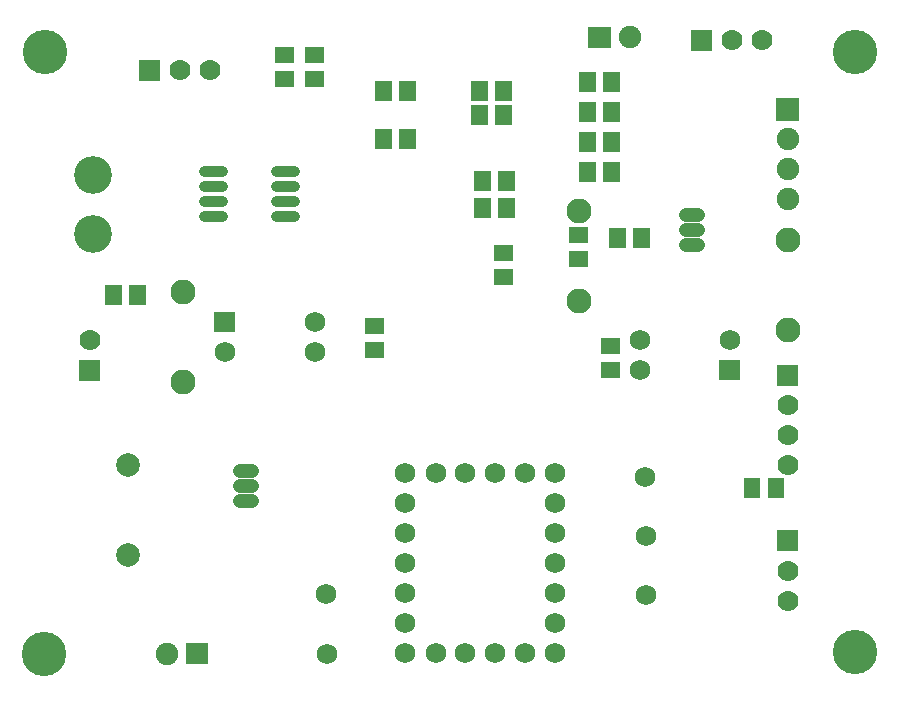
<source format=gbs>
G04 Layer: BottomSolderMaskLayer*
G04 EasyEDA v6.4.19.4, 2021-06-14T19:23:21+03:00*
G04 c287602e535a46618d334795f056a235,b3268d441ec746f5bebdd9f8aa6dfed9,10*
G04 Gerber Generator version 0.2*
G04 Scale: 100 percent, Rotated: No, Reflected: No *
G04 Dimensions in millimeters *
G04 leading zeros omitted , absolute positions ,4 integer and 5 decimal *
%FSLAX45Y45*%
%MOMM*%

%ADD38C,1.2032*%
%ADD39C,1.7272*%
%ADD43C,2.1082*%
%ADD44C,2.0032*%
%ADD46C,1.9032*%
%ADD48C,3.7592*%
%ADD51C,1.7780*%
%ADD52C,3.2032*%
%ADD54C,0.9032*%

%LPD*%
D54*
X2011497Y-1899920D02*
G01*
X1861497Y-1899920D01*
X2011497Y-1772920D02*
G01*
X1861497Y-1772920D01*
X2011497Y-1645920D02*
G01*
X1861497Y-1645920D01*
X2011497Y-1518920D02*
G01*
X1861497Y-1518920D01*
X2616014Y-1899920D02*
G01*
X2466017Y-1899920D01*
X2616014Y-1772920D02*
G01*
X2466017Y-1772920D01*
X2616014Y-1645920D02*
G01*
X2466017Y-1645920D01*
X2616014Y-1518920D02*
G01*
X2466017Y-1518920D01*
D38*
X6037287Y-1887296D02*
G01*
X5937288Y-1887296D01*
X6037287Y-2014296D02*
G01*
X5937288Y-2014296D01*
X6037287Y-2141296D02*
G01*
X5937288Y-2141296D01*
X2162695Y-4312691D02*
G01*
X2262695Y-4312691D01*
X2162695Y-4185691D02*
G01*
X2262695Y-4185691D01*
X2162695Y-4058691D02*
G01*
X2262695Y-4058691D01*
D39*
G01*
X3563010Y-4074210D03*
G01*
X3818356Y-4074210D03*
G01*
X4070222Y-4074210D03*
G01*
X4322114Y-4074210D03*
G01*
X4573981Y-4074210D03*
G01*
X4827092Y-4074210D03*
G01*
X3563035Y-5598540D03*
G01*
X3818356Y-5598540D03*
G01*
X4070222Y-5598540D03*
G01*
X4322114Y-5598540D03*
G01*
X4573981Y-5598540D03*
G01*
X4827092Y-5598540D03*
G01*
X3563035Y-5344490D03*
G01*
X3563035Y-5090439D03*
G01*
X3563035Y-4836388D03*
G01*
X3563035Y-4582337D03*
G01*
X3563035Y-4328287D03*
G01*
X4827092Y-5344490D03*
G01*
X4827117Y-5090439D03*
G01*
X4827092Y-4836388D03*
G01*
X4827092Y-4582337D03*
G01*
X4827092Y-4328287D03*
G36*
X3310127Y-921765D02*
G01*
X3310127Y-754634D01*
X3446272Y-754634D01*
X3446272Y-921765D01*
G37*
G36*
X3513327Y-921765D02*
G01*
X3513327Y-754634D01*
X3649472Y-754634D01*
X3649472Y-921765D01*
G37*
G36*
X3310127Y-1328165D02*
G01*
X3310127Y-1161034D01*
X3446272Y-1161034D01*
X3446272Y-1328165D01*
G37*
G36*
X3513327Y-1328165D02*
G01*
X3513327Y-1161034D01*
X3649472Y-1161034D01*
X3649472Y-1328165D01*
G37*
G36*
X4351527Y-1683765D02*
G01*
X4351527Y-1516634D01*
X4487672Y-1516634D01*
X4487672Y-1683765D01*
G37*
G36*
X4148327Y-1683765D02*
G01*
X4148327Y-1516634D01*
X4284472Y-1516634D01*
X4284472Y-1683765D01*
G37*
G36*
X4326127Y-921765D02*
G01*
X4326127Y-754634D01*
X4462272Y-754634D01*
X4462272Y-921765D01*
G37*
G36*
X4122927Y-921765D02*
G01*
X4122927Y-754634D01*
X4259072Y-754634D01*
X4259072Y-921765D01*
G37*
G36*
X4351527Y-1912365D02*
G01*
X4351527Y-1745234D01*
X4487672Y-1745234D01*
X4487672Y-1912365D01*
G37*
G36*
X4148327Y-1912365D02*
G01*
X4148327Y-1745234D01*
X4284472Y-1745234D01*
X4284472Y-1912365D01*
G37*
G36*
X4326127Y-1124965D02*
G01*
X4326127Y-957834D01*
X4462272Y-957834D01*
X4462272Y-1124965D01*
G37*
G36*
X4122927Y-1124965D02*
G01*
X4122927Y-957834D01*
X4259072Y-957834D01*
X4259072Y-1124965D01*
G37*
G36*
X2710434Y-601471D02*
G01*
X2710434Y-465328D01*
X2877565Y-465328D01*
X2877565Y-601471D01*
G37*
G36*
X2710434Y-804671D02*
G01*
X2710434Y-668528D01*
X2877565Y-668528D01*
X2877565Y-804671D01*
G37*
G36*
X3217672Y-3098292D02*
G01*
X3217672Y-2962147D01*
X3384804Y-2962147D01*
X3384804Y-3098292D01*
G37*
G36*
X3217672Y-2895092D02*
G01*
X3217672Y-2758947D01*
X3384804Y-2758947D01*
X3384804Y-2895092D01*
G37*
G36*
X4310634Y-2481071D02*
G01*
X4310634Y-2344928D01*
X4477765Y-2344928D01*
X4477765Y-2481071D01*
G37*
G36*
X4310634Y-2277871D02*
G01*
X4310634Y-2141728D01*
X4477765Y-2141728D01*
X4477765Y-2277871D01*
G37*
G36*
X5037327Y-845565D02*
G01*
X5037327Y-678434D01*
X5173472Y-678434D01*
X5173472Y-845565D01*
G37*
G36*
X5240527Y-845565D02*
G01*
X5240527Y-678434D01*
X5376672Y-678434D01*
X5376672Y-845565D01*
G37*
G36*
X5037327Y-1099565D02*
G01*
X5037327Y-932434D01*
X5173472Y-932434D01*
X5173472Y-1099565D01*
G37*
G36*
X5240527Y-1099565D02*
G01*
X5240527Y-932434D01*
X5376672Y-932434D01*
X5376672Y-1099565D01*
G37*
G36*
X5037327Y-1353565D02*
G01*
X5037327Y-1186434D01*
X5173472Y-1186434D01*
X5173472Y-1353565D01*
G37*
G36*
X5240527Y-1353565D02*
G01*
X5240527Y-1186434D01*
X5376672Y-1186434D01*
X5376672Y-1353565D01*
G37*
G36*
X5037327Y-1607565D02*
G01*
X5037327Y-1440434D01*
X5173472Y-1440434D01*
X5173472Y-1607565D01*
G37*
G36*
X5240527Y-1607565D02*
G01*
X5240527Y-1440434D01*
X5376672Y-1440434D01*
X5376672Y-1607565D01*
G37*
G36*
X6631940Y-4283455D02*
G01*
X6631940Y-4116323D01*
X6768084Y-4116323D01*
X6768084Y-4283455D01*
G37*
G36*
X6428740Y-4283455D02*
G01*
X6428740Y-4116323D01*
X6564884Y-4116323D01*
X6564884Y-4283455D01*
G37*
G36*
X1024128Y-2648965D02*
G01*
X1024128Y-2481834D01*
X1160271Y-2481834D01*
X1160271Y-2648965D01*
G37*
G36*
X1227328Y-2648965D02*
G01*
X1227328Y-2481834D01*
X1363471Y-2481834D01*
X1363471Y-2648965D01*
G37*
G36*
X5216652Y-3068320D02*
G01*
X5216652Y-2932176D01*
X5383784Y-2932176D01*
X5383784Y-3068320D01*
G37*
G36*
X5216652Y-3271520D02*
G01*
X5216652Y-3135376D01*
X5383784Y-3135376D01*
X5383784Y-3271520D01*
G37*
G36*
X4945634Y-2328671D02*
G01*
X4945634Y-2192528D01*
X5112765Y-2192528D01*
X5112765Y-2328671D01*
G37*
G36*
X4945634Y-2125471D02*
G01*
X4945634Y-1989328D01*
X5112765Y-1989328D01*
X5112765Y-2125471D01*
G37*
G36*
X5291327Y-2166365D02*
G01*
X5291327Y-1999234D01*
X5427472Y-1999234D01*
X5427472Y-2166365D01*
G37*
G36*
X5494527Y-2166365D02*
G01*
X5494527Y-1999234D01*
X5630672Y-1999234D01*
X5630672Y-2166365D01*
G37*
G36*
X2456434Y-601471D02*
G01*
X2456434Y-465328D01*
X2623565Y-465328D01*
X2623565Y-601471D01*
G37*
G36*
X2456434Y-804671D02*
G01*
X2456434Y-668528D01*
X2623565Y-668528D01*
X2623565Y-804671D01*
G37*
G01*
X2900095Y-5600115D03*
G01*
X2893898Y-5099177D03*
G01*
X5600903Y-5100929D03*
G01*
X5600903Y-4601718D03*
G01*
X5594502Y-4102531D03*
G36*
X1945639Y-2880360D02*
G01*
X1945639Y-2707639D01*
X2118360Y-2707639D01*
X2118360Y-2880360D01*
G37*
G01*
X2032000Y-3048000D03*
G01*
X2794000Y-3048000D03*
G01*
X2794000Y-2794000D03*
G36*
X6221729Y-3286252D02*
G01*
X6221729Y-3113531D01*
X6394450Y-3113531D01*
X6394450Y-3286252D01*
G37*
G01*
X6307988Y-2945993D03*
G01*
X5545988Y-2945993D03*
G01*
X5545988Y-3199993D03*
D43*
G01*
X1676400Y-3302000D03*
G01*
X1676400Y-2540000D03*
G01*
X6799986Y-2099995D03*
G01*
X6799986Y-2861995D03*
G01*
X5029200Y-1854200D03*
G01*
X5029200Y-2616200D03*
D44*
G01*
X1215897Y-4003802D03*
G01*
X1215897Y-4765802D03*
G36*
X6704838Y-1087373D02*
G01*
X6704838Y-896873D01*
X6895338Y-896873D01*
X6895338Y-1087373D01*
G37*
D46*
G01*
X6799986Y-1245996D03*
G01*
X6799986Y-1499996D03*
G01*
X6799986Y-1753996D03*
D48*
G01*
X508000Y-508000D03*
G01*
X499998Y-5599988D03*
G01*
X7366000Y-5588000D03*
G01*
X7366000Y-508000D03*
G36*
X1705102Y-5689092D02*
G01*
X1705102Y-5511292D01*
X1895347Y-5511292D01*
X1895347Y-5689092D01*
G37*
D46*
G01*
X1546199Y-5600141D03*
G36*
X800100Y-3289300D02*
G01*
X800100Y-3111500D01*
X977900Y-3111500D01*
X977900Y-3289300D01*
G37*
D51*
G01*
X889000Y-2946400D03*
G36*
X6711188Y-3335020D02*
G01*
X6711188Y-3157220D01*
X6888988Y-3157220D01*
X6888988Y-3335020D01*
G37*
G01*
X6800088Y-3500120D03*
G01*
X6800088Y-3754120D03*
G01*
X6800088Y-4008120D03*
D52*
G01*
X914400Y-1549400D03*
G01*
X914400Y-2049271D03*
D51*
G01*
X6578600Y-406400D03*
G01*
X6324600Y-406400D03*
G36*
X5981700Y-495300D02*
G01*
X5981700Y-317500D01*
X6159500Y-317500D01*
X6159500Y-495300D01*
G37*
G01*
X6800088Y-5153913D03*
G01*
X6800088Y-4899913D03*
G36*
X6711188Y-4734813D02*
G01*
X6711188Y-4557013D01*
X6888988Y-4557013D01*
X6888988Y-4734813D01*
G37*
G36*
X5111750Y-469900D02*
G01*
X5111750Y-292100D01*
X5302250Y-292100D01*
X5302250Y-469900D01*
G37*
D46*
G01*
X5461000Y-381000D03*
D51*
G01*
X1905000Y-660400D03*
G01*
X1651000Y-660400D03*
G36*
X1308100Y-749300D02*
G01*
X1308100Y-571500D01*
X1485900Y-571500D01*
X1485900Y-749300D01*
G37*
M02*

</source>
